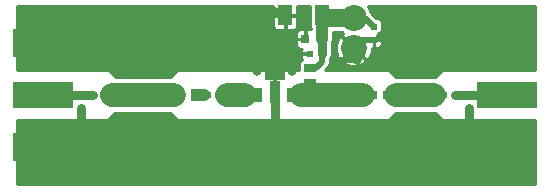
<source format=gtl>
G04 #@! TF.FileFunction,Copper,L1,Top,Signal*
%FSLAX46Y46*%
G04 Gerber Fmt 4.6, Leading zero omitted, Abs format (unit mm)*
G04 Created by KiCad (PCBNEW 0.201505031001+5637~23~ubuntu14.04.1-product) date Tue 26 May 2015 22:06:30 BST*
%MOMM*%
G01*
G04 APERTURE LIST*
%ADD10C,0.100000*%
%ADD11R,0.600000X0.600000*%
%ADD12R,0.700000X0.800000*%
%ADD13R,1.200000X1.700000*%
%ADD14R,0.500000X0.600000*%
%ADD15R,0.640000X1.020000*%
%ADD16R,1.020000X0.640000*%
%ADD17R,0.360000X0.660000*%
%ADD18R,0.600000X0.500000*%
%ADD19R,5.080000X2.286000*%
%ADD20R,5.080000X2.413000*%
%ADD21R,0.900000X1.900000*%
%ADD22R,0.900000X1.300000*%
%ADD23R,1.800000X3.500000*%
%ADD24C,0.300000*%
%ADD25C,2.200000*%
%ADD26C,0.800000*%
%ADD27C,0.300000*%
%ADD28C,2.000000*%
%ADD29C,0.500000*%
%ADD30C,0.800000*%
%ADD31C,1.500000*%
%ADD32C,1.000000*%
%ADD33C,0.250000*%
G04 APERTURE END LIST*
D10*
D11*
X124600000Y-87000000D03*
X123600000Y-87000000D03*
X127310000Y-88690000D03*
X127310000Y-87690000D03*
X143000000Y-83500000D03*
X142000000Y-83500000D03*
D12*
X143000000Y-82250000D03*
X141600000Y-82250000D03*
D11*
X151180000Y-88700000D03*
X151180000Y-87700000D03*
D13*
X143000000Y-80250000D03*
X139900000Y-80250000D03*
D11*
X153300000Y-87000000D03*
X154300000Y-87000000D03*
D14*
X122600000Y-87000000D03*
X122600000Y-88100000D03*
X155500000Y-87000000D03*
X155500000Y-88100000D03*
D15*
X132290000Y-87000000D03*
X131010000Y-87000000D03*
D16*
X142000000Y-86000000D03*
X142000000Y-84720000D03*
D17*
X148360000Y-87000000D03*
X147540000Y-87000000D03*
D18*
X134450000Y-87000000D03*
X133350000Y-87000000D03*
D14*
X147400000Y-81200000D03*
X147400000Y-82300000D03*
D19*
X158700000Y-87000000D03*
D20*
X158700000Y-82618500D03*
X158700000Y-91381500D03*
D19*
X119400000Y-87000000D03*
D20*
X119400000Y-91381500D03*
X119400000Y-82618500D03*
D21*
X139000000Y-86700000D03*
D22*
X137500000Y-87000000D03*
X140500000Y-87000000D03*
D23*
X139000000Y-84000000D03*
D24*
X139000000Y-86700000D03*
X139000000Y-87300000D03*
X139000000Y-86100000D03*
X139000000Y-85500000D03*
X139000000Y-84900000D03*
X139000000Y-84300000D03*
X139000000Y-83700000D03*
X139000000Y-83100000D03*
X139000000Y-82500000D03*
X139500000Y-85500000D03*
X139500000Y-84900000D03*
X139500000Y-84300000D03*
X139500000Y-83700000D03*
X139500000Y-83100000D03*
X138500000Y-83100000D03*
X138500000Y-83700000D03*
X138500000Y-84300000D03*
X138500000Y-84900000D03*
X138500000Y-85500000D03*
X138500000Y-82500000D03*
X139500000Y-82500000D03*
D25*
X145700000Y-83000000D03*
X145700000Y-80460000D03*
D26*
X148000000Y-84000000D03*
X150000000Y-80000000D03*
X154000000Y-80000000D03*
X158000000Y-80000000D03*
X120000000Y-80000000D03*
X124000000Y-80000000D03*
X128000000Y-80000000D03*
X132000000Y-80000000D03*
X136000000Y-80000000D03*
X139000000Y-80000000D03*
X148000000Y-82000000D03*
X152000000Y-82000000D03*
X156000000Y-82000000D03*
X136000000Y-82000000D03*
X134000000Y-82000000D03*
X130000000Y-82000000D03*
X126000000Y-82000000D03*
X122000000Y-82000000D03*
X156000000Y-94000000D03*
X152000000Y-94000000D03*
X148000000Y-94000000D03*
X144000000Y-94000000D03*
X140000000Y-94000000D03*
X136000000Y-94000000D03*
X132000000Y-94000000D03*
X128000000Y-94000000D03*
X124000000Y-94000000D03*
X120000000Y-94000000D03*
X154000000Y-92000000D03*
X150000000Y-92000000D03*
X146000000Y-92000000D03*
X142000000Y-92000000D03*
X138000000Y-92000000D03*
X134000000Y-92000000D03*
X130000000Y-92000000D03*
X126000000Y-92000000D03*
X122000000Y-92000000D03*
X160000000Y-84000000D03*
X158000000Y-84000000D03*
X156000000Y-84000000D03*
X154000000Y-84000000D03*
X152000000Y-84000000D03*
X150000000Y-84000000D03*
X146000000Y-84000000D03*
X144000000Y-84000000D03*
X118000000Y-84000000D03*
X120000000Y-84000000D03*
X122000000Y-84000000D03*
X124000000Y-84000000D03*
X126000000Y-84000000D03*
X128000000Y-84000000D03*
X130000000Y-84000000D03*
X132000000Y-84000000D03*
X134000000Y-84000000D03*
X136000000Y-84000000D03*
X118000000Y-90000000D03*
X120000000Y-90000000D03*
X122000000Y-90000000D03*
X124000000Y-90000000D03*
X126000000Y-90000000D03*
X128000000Y-90000000D03*
X130000000Y-90000000D03*
X132000000Y-90000000D03*
X134000000Y-90000000D03*
X136000000Y-90000000D03*
X138000000Y-90000000D03*
X140000000Y-90000000D03*
X142000000Y-90000000D03*
X144000000Y-90000000D03*
X146000000Y-90000000D03*
X148000000Y-90000000D03*
X150000000Y-90000000D03*
X152000000Y-90000000D03*
X154000000Y-90000000D03*
X156000000Y-90000000D03*
X158000000Y-90000000D03*
X160000000Y-90000000D03*
X140500000Y-83000000D03*
X137500000Y-83000000D03*
X138500000Y-82000000D03*
X137500000Y-84000000D03*
X140500000Y-84000000D03*
X137500000Y-82000000D03*
X140500000Y-82000000D03*
X139500000Y-82000000D03*
X137500000Y-85000000D03*
X140500000Y-85000000D03*
D27*
X127200000Y-87100000D02*
X127200000Y-87000000D01*
X127210000Y-87100000D02*
X127200000Y-87100000D01*
X127310000Y-87000000D02*
X127210000Y-87100000D01*
X127310000Y-87690000D02*
X127310000Y-87000000D01*
D28*
X127200000Y-87000000D02*
X125200000Y-87000000D01*
D27*
X125200000Y-87000000D02*
X124600000Y-87000000D01*
D28*
X130500000Y-87000000D02*
X127200000Y-87000000D01*
D29*
X131010000Y-87000000D02*
X130500000Y-87000000D01*
D30*
X122600000Y-87000000D02*
X119400000Y-87000000D01*
X123600000Y-87000000D02*
X122600000Y-87000000D01*
D29*
X147400000Y-82300000D02*
X146400000Y-82300000D01*
X146400000Y-82300000D02*
X145700000Y-83000000D01*
X158700000Y-82618500D02*
X158700000Y-80700000D01*
X154000000Y-80000000D02*
X150000000Y-80000000D01*
X158700000Y-80700000D02*
X158000000Y-80000000D01*
X119400000Y-80600000D02*
X120000000Y-80000000D01*
X124000000Y-80000000D02*
X128000000Y-80000000D01*
X132000000Y-80000000D02*
X136000000Y-80000000D01*
X119400000Y-82618500D02*
X119400000Y-80600000D01*
X158700000Y-82618500D02*
X156618500Y-82618500D01*
X156618500Y-82618500D02*
X156000000Y-82000000D01*
X152000000Y-82000000D02*
X148000000Y-82000000D01*
X119400000Y-82618500D02*
X121381500Y-82618500D01*
X121381500Y-82618500D02*
X122000000Y-82000000D01*
X134000000Y-82000000D02*
X136000000Y-82000000D01*
X126000000Y-82000000D02*
X130000000Y-82000000D01*
X119400000Y-91381500D02*
X119400000Y-93400000D01*
X156000000Y-94000000D02*
X158618500Y-91381500D01*
X148000000Y-94000000D02*
X152000000Y-94000000D01*
X140000000Y-94000000D02*
X144000000Y-94000000D01*
X132000000Y-94000000D02*
X136000000Y-94000000D01*
X124000000Y-94000000D02*
X128000000Y-94000000D01*
X119400000Y-93400000D02*
X120000000Y-94000000D01*
X158618500Y-91381500D02*
X158700000Y-91381500D01*
X119400000Y-91381500D02*
X121381500Y-91381500D01*
X121381500Y-91381500D02*
X122000000Y-92000000D01*
X150000000Y-92000000D02*
X154000000Y-92000000D01*
X142000000Y-92000000D02*
X146000000Y-92000000D01*
X134000000Y-92000000D02*
X138000000Y-92000000D01*
X126000000Y-92000000D02*
X130000000Y-92000000D01*
X158700000Y-82618500D02*
X158700000Y-82700000D01*
X158700000Y-82700000D02*
X160000000Y-84000000D01*
X158000000Y-84000000D02*
X156000000Y-84000000D01*
X154000000Y-84000000D02*
X152000000Y-84000000D01*
X150000000Y-84000000D02*
X148000000Y-84000000D01*
X146000000Y-84000000D02*
X144000000Y-84000000D01*
X119400000Y-82618500D02*
X119381500Y-82618500D01*
X119381500Y-82618500D02*
X118000000Y-84000000D01*
X120000000Y-84000000D02*
X122000000Y-84000000D01*
X124000000Y-84000000D02*
X126000000Y-84000000D01*
X128000000Y-84000000D02*
X130000000Y-84000000D01*
X132000000Y-84000000D02*
X134000000Y-84000000D01*
X119400000Y-91381500D02*
X119381500Y-91381500D01*
X120000000Y-90000000D02*
X122000000Y-90000000D01*
X124000000Y-90000000D02*
X126000000Y-90000000D01*
X128000000Y-90000000D02*
X130000000Y-90000000D01*
X132000000Y-90000000D02*
X134000000Y-90000000D01*
X136000000Y-90000000D02*
X138000000Y-90000000D01*
X140000000Y-90000000D02*
X142000000Y-90000000D01*
X144000000Y-90000000D02*
X146000000Y-90000000D01*
X148000000Y-90000000D02*
X150000000Y-90000000D01*
X152000000Y-90000000D02*
X154000000Y-90000000D01*
X156000000Y-90000000D02*
X158000000Y-90000000D01*
X160000000Y-90000000D02*
X158700000Y-91300000D01*
X158700000Y-91300000D02*
X158700000Y-91381500D01*
D30*
X155500000Y-88100000D02*
X155500000Y-89400000D01*
X122600000Y-88100000D02*
X122600000Y-89400000D01*
D27*
X139500000Y-84000000D02*
X140500000Y-83000000D01*
X137500000Y-83000000D02*
X138500000Y-84000000D01*
X138500000Y-82000000D02*
X139000000Y-82500000D01*
X139000000Y-86700000D02*
X139000000Y-84000000D01*
X139000000Y-84000000D02*
X137500000Y-84000000D01*
X139000000Y-84000000D02*
X140500000Y-84000000D01*
X139000000Y-83500000D02*
X137500000Y-82000000D01*
X139000000Y-83500000D02*
X140500000Y-82000000D01*
X139000000Y-84000000D02*
X139000000Y-83500000D01*
X139000000Y-82500000D02*
X139500000Y-82000000D01*
X139000000Y-84000000D02*
X139000000Y-82500000D01*
X138500000Y-84000000D02*
X137500000Y-85000000D01*
X139000000Y-84000000D02*
X138500000Y-84000000D01*
X139500000Y-84000000D02*
X140500000Y-85000000D01*
X139000000Y-84000000D02*
X139500000Y-84000000D01*
D30*
X139000000Y-86700000D02*
X139000000Y-89700000D01*
D29*
X159460000Y-90540000D02*
X159460000Y-91391500D01*
X117550000Y-91331500D02*
X117550000Y-90450000D01*
X117550000Y-82568500D02*
X117550000Y-83550000D01*
X159460000Y-82628500D02*
X159460000Y-83460000D01*
D31*
X145700000Y-80460000D02*
X143210000Y-80460000D01*
D32*
X143210000Y-80460000D02*
X143000000Y-80250000D01*
D29*
X145700000Y-80460000D02*
X146660000Y-80460000D01*
X146660000Y-80460000D02*
X147400000Y-81200000D01*
X143000000Y-83500000D02*
X143000000Y-84200000D01*
X143000000Y-84200000D02*
X142480000Y-84720000D01*
X142480000Y-84720000D02*
X142000000Y-84720000D01*
D30*
X143000000Y-82250000D02*
X143000000Y-83500000D01*
D32*
X143000000Y-80250000D02*
X143000000Y-82250000D01*
D28*
X151290000Y-87000000D02*
X152500000Y-87000000D01*
X149250000Y-87000000D02*
X151290000Y-87000000D01*
D27*
X152500000Y-87000000D02*
X153300000Y-87000000D01*
X148360000Y-87000000D02*
X149250000Y-87000000D01*
D29*
X151180000Y-87000000D02*
X151290000Y-87000000D01*
X151180000Y-87700000D02*
X151180000Y-87000000D01*
D30*
X155500000Y-87000000D02*
X158700000Y-87000000D01*
X154300000Y-87000000D02*
X155500000Y-87000000D01*
D29*
X159450000Y-87000000D02*
X159460000Y-87010000D01*
D28*
X135000000Y-87000000D02*
X136250000Y-87000000D01*
X136250000Y-87000000D02*
X136500000Y-87000000D01*
D29*
X136500000Y-87000000D02*
X137500000Y-87000000D01*
D30*
X134450000Y-87000000D02*
X135000000Y-87000000D01*
D29*
X142000000Y-86000000D02*
X142000000Y-87000000D01*
X142000000Y-87000000D02*
X142250000Y-87000000D01*
D28*
X142250000Y-87000000D02*
X141250000Y-87000000D01*
X146500000Y-87000000D02*
X142250000Y-87000000D01*
D29*
X141250000Y-87000000D02*
X140500000Y-87000000D01*
D27*
X147540000Y-87000000D02*
X146500000Y-87000000D01*
D29*
X132600000Y-87000000D02*
X132290000Y-87000000D01*
D32*
X133000000Y-87000000D02*
X132600000Y-87000000D01*
D29*
X133350000Y-87000000D02*
X133000000Y-87000000D01*
D33*
G36*
X161025000Y-94525000D02*
X117225000Y-94525000D01*
X117225000Y-89125000D01*
X124851777Y-89125000D01*
X125451777Y-88525000D01*
X130148223Y-88525000D01*
X130748223Y-89125000D01*
X148651777Y-89125000D01*
X149251777Y-88525000D01*
X152548223Y-88525000D01*
X153148223Y-89125000D01*
X161025000Y-89125000D01*
X161025000Y-94525000D01*
X161025000Y-94525000D01*
G37*
X161025000Y-94525000D02*
X117225000Y-94525000D01*
X117225000Y-89125000D01*
X124851777Y-89125000D01*
X125451777Y-88525000D01*
X130148223Y-88525000D01*
X130748223Y-89125000D01*
X148651777Y-89125000D01*
X149251777Y-88525000D01*
X152548223Y-88525000D01*
X153148223Y-89125000D01*
X161025000Y-89125000D01*
X161025000Y-94525000D01*
G36*
X142075000Y-81441759D02*
X142034538Y-81425000D01*
X141731250Y-81425000D01*
X141625000Y-81531250D01*
X141625000Y-82225000D01*
X141645000Y-82225000D01*
X141645000Y-82275000D01*
X141625000Y-82275000D01*
X141625000Y-82295000D01*
X141575000Y-82295000D01*
X141575000Y-82275000D01*
X141575000Y-82225000D01*
X141575000Y-81531250D01*
X141468750Y-81425000D01*
X141165462Y-81425000D01*
X141009257Y-81489702D01*
X140925000Y-81573959D01*
X140925000Y-81184538D01*
X140925000Y-81015462D01*
X140925000Y-80381250D01*
X140818750Y-80275000D01*
X139925000Y-80275000D01*
X139925000Y-81418750D01*
X140031250Y-81525000D01*
X140584538Y-81525000D01*
X140740743Y-81460298D01*
X140860298Y-81340743D01*
X140925000Y-81184538D01*
X140925000Y-81573959D01*
X140889702Y-81609257D01*
X140825000Y-81765462D01*
X140825000Y-81934538D01*
X140825000Y-82118750D01*
X140931250Y-82225000D01*
X141575000Y-82225000D01*
X141575000Y-82275000D01*
X140931250Y-82275000D01*
X140825000Y-82381250D01*
X140825000Y-82565462D01*
X140825000Y-82734538D01*
X140889702Y-82890743D01*
X141009257Y-83010298D01*
X141165462Y-83075000D01*
X141291759Y-83075000D01*
X141275000Y-83115462D01*
X141275000Y-83284538D01*
X141275000Y-83368750D01*
X141381250Y-83475000D01*
X141975000Y-83475000D01*
X141975000Y-83455000D01*
X142025000Y-83455000D01*
X142025000Y-83475000D01*
X142045000Y-83475000D01*
X142045000Y-83525000D01*
X142025000Y-83525000D01*
X142025000Y-83545000D01*
X141975000Y-83545000D01*
X141975000Y-83525000D01*
X141381250Y-83525000D01*
X141275000Y-83631250D01*
X141275000Y-83715462D01*
X141275000Y-83884538D01*
X141323308Y-84001164D01*
X141185521Y-84091675D01*
X141090181Y-84232918D01*
X141056674Y-84400000D01*
X141056674Y-84875000D01*
X139875000Y-84875000D01*
X139875000Y-81418750D01*
X139875000Y-80275000D01*
X138981250Y-80275000D01*
X138875000Y-80381250D01*
X138875000Y-81015462D01*
X138875000Y-81184538D01*
X138939702Y-81340743D01*
X139059257Y-81460298D01*
X139215462Y-81525000D01*
X139768750Y-81525000D01*
X139875000Y-81418750D01*
X139875000Y-84875000D01*
X130748223Y-84875000D01*
X130148223Y-85475000D01*
X125551777Y-85475000D01*
X124951777Y-84875000D01*
X117225000Y-84875000D01*
X117225000Y-79475000D01*
X138875000Y-79475000D01*
X138875000Y-79484538D01*
X138875000Y-80118750D01*
X138981250Y-80225000D01*
X139875000Y-80225000D01*
X139875000Y-80205000D01*
X139925000Y-80205000D01*
X139925000Y-80225000D01*
X140818750Y-80225000D01*
X140925000Y-80118750D01*
X140925000Y-79484538D01*
X140925000Y-79475000D01*
X141966674Y-79475000D01*
X141966674Y-81100000D01*
X141998116Y-81262051D01*
X142075000Y-81379094D01*
X142075000Y-81441759D01*
X142075000Y-81441759D01*
G37*
X142075000Y-81441759D02*
X142034538Y-81425000D01*
X141731250Y-81425000D01*
X141625000Y-81531250D01*
X141625000Y-82225000D01*
X141645000Y-82225000D01*
X141645000Y-82275000D01*
X141625000Y-82275000D01*
X141625000Y-82295000D01*
X141575000Y-82295000D01*
X141575000Y-82275000D01*
X141575000Y-82225000D01*
X141575000Y-81531250D01*
X141468750Y-81425000D01*
X141165462Y-81425000D01*
X141009257Y-81489702D01*
X140925000Y-81573959D01*
X140925000Y-81184538D01*
X140925000Y-81015462D01*
X140925000Y-80381250D01*
X140818750Y-80275000D01*
X139925000Y-80275000D01*
X139925000Y-81418750D01*
X140031250Y-81525000D01*
X140584538Y-81525000D01*
X140740743Y-81460298D01*
X140860298Y-81340743D01*
X140925000Y-81184538D01*
X140925000Y-81573959D01*
X140889702Y-81609257D01*
X140825000Y-81765462D01*
X140825000Y-81934538D01*
X140825000Y-82118750D01*
X140931250Y-82225000D01*
X141575000Y-82225000D01*
X141575000Y-82275000D01*
X140931250Y-82275000D01*
X140825000Y-82381250D01*
X140825000Y-82565462D01*
X140825000Y-82734538D01*
X140889702Y-82890743D01*
X141009257Y-83010298D01*
X141165462Y-83075000D01*
X141291759Y-83075000D01*
X141275000Y-83115462D01*
X141275000Y-83284538D01*
X141275000Y-83368750D01*
X141381250Y-83475000D01*
X141975000Y-83475000D01*
X141975000Y-83455000D01*
X142025000Y-83455000D01*
X142025000Y-83475000D01*
X142045000Y-83475000D01*
X142045000Y-83525000D01*
X142025000Y-83525000D01*
X142025000Y-83545000D01*
X141975000Y-83545000D01*
X141975000Y-83525000D01*
X141381250Y-83525000D01*
X141275000Y-83631250D01*
X141275000Y-83715462D01*
X141275000Y-83884538D01*
X141323308Y-84001164D01*
X141185521Y-84091675D01*
X141090181Y-84232918D01*
X141056674Y-84400000D01*
X141056674Y-84875000D01*
X139875000Y-84875000D01*
X139875000Y-81418750D01*
X139875000Y-80275000D01*
X138981250Y-80275000D01*
X138875000Y-80381250D01*
X138875000Y-81015462D01*
X138875000Y-81184538D01*
X138939702Y-81340743D01*
X139059257Y-81460298D01*
X139215462Y-81525000D01*
X139768750Y-81525000D01*
X139875000Y-81418750D01*
X139875000Y-84875000D01*
X130748223Y-84875000D01*
X130148223Y-85475000D01*
X125551777Y-85475000D01*
X124951777Y-84875000D01*
X117225000Y-84875000D01*
X117225000Y-79475000D01*
X138875000Y-79475000D01*
X138875000Y-79484538D01*
X138875000Y-80118750D01*
X138981250Y-80225000D01*
X139875000Y-80225000D01*
X139875000Y-80205000D01*
X139925000Y-80205000D01*
X139925000Y-80225000D01*
X140818750Y-80225000D01*
X140925000Y-80118750D01*
X140925000Y-79484538D01*
X140925000Y-79475000D01*
X141966674Y-79475000D01*
X141966674Y-81100000D01*
X141998116Y-81262051D01*
X142075000Y-81379094D01*
X142075000Y-81441759D01*
G36*
X161025000Y-84875000D02*
X153148223Y-84875000D01*
X152548223Y-85475000D01*
X149251777Y-85475000D01*
X148651777Y-84875000D01*
X148075000Y-84875000D01*
X148075000Y-82684538D01*
X148075000Y-82431250D01*
X147968750Y-82325000D01*
X147425000Y-82325000D01*
X147425000Y-82918750D01*
X147531250Y-83025000D01*
X147565462Y-83025000D01*
X147734538Y-83025000D01*
X147890743Y-82960298D01*
X148010298Y-82840743D01*
X148075000Y-82684538D01*
X148075000Y-84875000D01*
X146706504Y-84875000D01*
X146706504Y-84041859D01*
X145700000Y-83035355D01*
X145664645Y-83070710D01*
X145664645Y-83000000D01*
X144658141Y-81993496D01*
X144427546Y-82106410D01*
X144182444Y-82661378D01*
X144168376Y-83267897D01*
X144387484Y-83833632D01*
X144427546Y-83893590D01*
X144658141Y-84006504D01*
X145664645Y-83000000D01*
X145664645Y-83070710D01*
X144693496Y-84041859D01*
X144806410Y-84272454D01*
X145361378Y-84517556D01*
X145967897Y-84531624D01*
X146533632Y-84312516D01*
X146593590Y-84272454D01*
X146706504Y-84041859D01*
X146706504Y-84875000D01*
X143279594Y-84875000D01*
X143477297Y-84677297D01*
X143623619Y-84458312D01*
X143623619Y-84458311D01*
X143675000Y-84200000D01*
X143675000Y-84003850D01*
X143699819Y-83967082D01*
X143716440Y-83884199D01*
X143762201Y-83815714D01*
X143825000Y-83500000D01*
X143825000Y-82648265D01*
X143854589Y-82603982D01*
X143925000Y-82250000D01*
X143925000Y-81635000D01*
X144718154Y-81635000D01*
X144808886Y-81725891D01*
X144806410Y-81727546D01*
X144693496Y-81958141D01*
X145700000Y-82964645D01*
X145714142Y-82950502D01*
X145749497Y-82985857D01*
X145735355Y-83000000D01*
X146741859Y-84006504D01*
X146972454Y-83893590D01*
X147217556Y-83338622D01*
X147224830Y-83025000D01*
X147234538Y-83025000D01*
X147268750Y-83025000D01*
X147375000Y-82918750D01*
X147375000Y-82325000D01*
X147355000Y-82325000D01*
X147355000Y-82275000D01*
X147375000Y-82275000D01*
X147375000Y-82255000D01*
X147425000Y-82255000D01*
X147425000Y-82275000D01*
X147968750Y-82275000D01*
X148075000Y-82168750D01*
X148075000Y-81915462D01*
X148010298Y-81759257D01*
X147996747Y-81745706D01*
X148049819Y-81667082D01*
X148083326Y-81500000D01*
X148083326Y-80900000D01*
X148051884Y-80737949D01*
X147958325Y-80595521D01*
X147817082Y-80500181D01*
X147650000Y-80466674D01*
X147621268Y-80466674D01*
X147163781Y-80009187D01*
X146993586Y-79597285D01*
X146871514Y-79475000D01*
X161025000Y-79475000D01*
X161025000Y-84875000D01*
X161025000Y-84875000D01*
G37*
X161025000Y-84875000D02*
X153148223Y-84875000D01*
X152548223Y-85475000D01*
X149251777Y-85475000D01*
X148651777Y-84875000D01*
X148075000Y-84875000D01*
X148075000Y-82684538D01*
X148075000Y-82431250D01*
X147968750Y-82325000D01*
X147425000Y-82325000D01*
X147425000Y-82918750D01*
X147531250Y-83025000D01*
X147565462Y-83025000D01*
X147734538Y-83025000D01*
X147890743Y-82960298D01*
X148010298Y-82840743D01*
X148075000Y-82684538D01*
X148075000Y-84875000D01*
X146706504Y-84875000D01*
X146706504Y-84041859D01*
X145700000Y-83035355D01*
X145664645Y-83070710D01*
X145664645Y-83000000D01*
X144658141Y-81993496D01*
X144427546Y-82106410D01*
X144182444Y-82661378D01*
X144168376Y-83267897D01*
X144387484Y-83833632D01*
X144427546Y-83893590D01*
X144658141Y-84006504D01*
X145664645Y-83000000D01*
X145664645Y-83070710D01*
X144693496Y-84041859D01*
X144806410Y-84272454D01*
X145361378Y-84517556D01*
X145967897Y-84531624D01*
X146533632Y-84312516D01*
X146593590Y-84272454D01*
X146706504Y-84041859D01*
X146706504Y-84875000D01*
X143279594Y-84875000D01*
X143477297Y-84677297D01*
X143623619Y-84458312D01*
X143623619Y-84458311D01*
X143675000Y-84200000D01*
X143675000Y-84003850D01*
X143699819Y-83967082D01*
X143716440Y-83884199D01*
X143762201Y-83815714D01*
X143825000Y-83500000D01*
X143825000Y-82648265D01*
X143854589Y-82603982D01*
X143925000Y-82250000D01*
X143925000Y-81635000D01*
X144718154Y-81635000D01*
X144808886Y-81725891D01*
X144806410Y-81727546D01*
X144693496Y-81958141D01*
X145700000Y-82964645D01*
X145714142Y-82950502D01*
X145749497Y-82985857D01*
X145735355Y-83000000D01*
X146741859Y-84006504D01*
X146972454Y-83893590D01*
X147217556Y-83338622D01*
X147224830Y-83025000D01*
X147234538Y-83025000D01*
X147268750Y-83025000D01*
X147375000Y-82918750D01*
X147375000Y-82325000D01*
X147355000Y-82325000D01*
X147355000Y-82275000D01*
X147375000Y-82275000D01*
X147375000Y-82255000D01*
X147425000Y-82255000D01*
X147425000Y-82275000D01*
X147968750Y-82275000D01*
X148075000Y-82168750D01*
X148075000Y-81915462D01*
X148010298Y-81759257D01*
X147996747Y-81745706D01*
X148049819Y-81667082D01*
X148083326Y-81500000D01*
X148083326Y-80900000D01*
X148051884Y-80737949D01*
X147958325Y-80595521D01*
X147817082Y-80500181D01*
X147650000Y-80466674D01*
X147621268Y-80466674D01*
X147163781Y-80009187D01*
X146993586Y-79597285D01*
X146871514Y-79475000D01*
X161025000Y-79475000D01*
X161025000Y-84875000D01*
M02*

</source>
